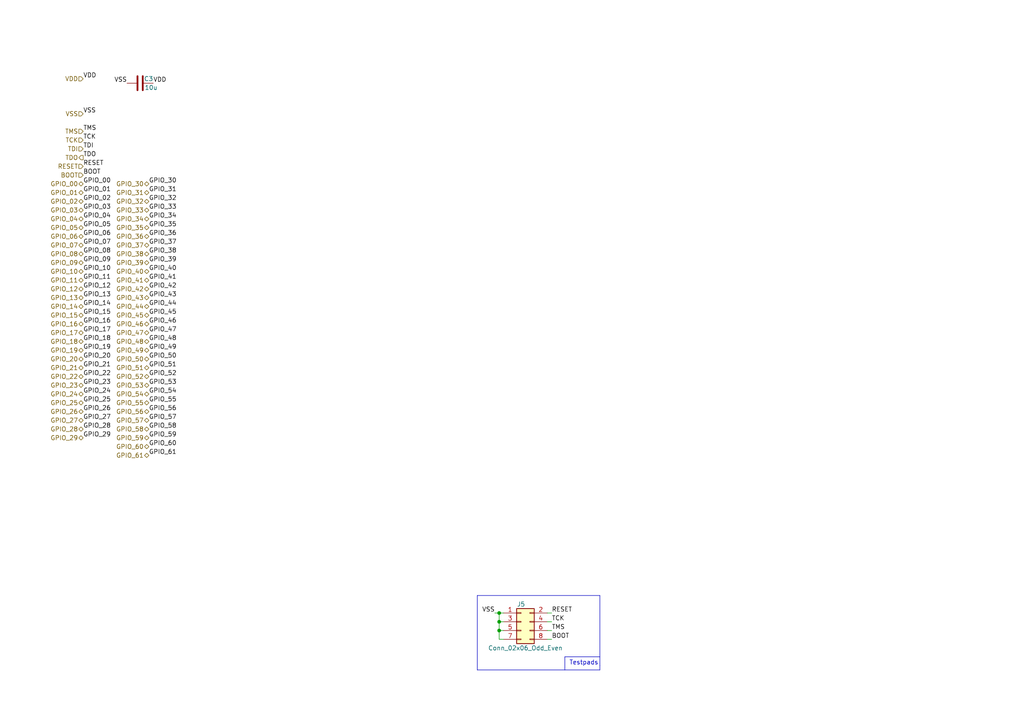
<source format=kicad_sch>
(kicad_sch (version 20250114) (generator "eeschema") (generator_version "9.0")
  (paper "A4")
  (lib_symbols
    (symbol "Connector_Generic:Conn_02x04_Odd_Even" (pin_names (offset 1.016) (hide yes))
      (property "Reference" "J" (at 1.27 5.08 0))
      (property "Value" "Conn_02x04_Odd_Even" (at 1.27 -7.62 0))
      (symbol "Conn_02x04_Odd_Even_1_1"
        (rectangle (start -1.27 3.81) (end 3.81 -6.35) (stroke (width 0.254)) (fill (type background)))
        (rectangle (start -1.27 2.667) (end 0 2.413) (stroke (width 0.1524)))
        (rectangle (start -1.27 0.127) (end 0 -0.127) (stroke (width 0.1524)))
        (rectangle (start -1.27 -2.413) (end 0 -2.667) (stroke (width 0.1524)))
        (rectangle (start -1.27 -4.953) (end 0 -5.207) (stroke (width 0.1524)))
        (rectangle (start 3.81 2.667) (end 2.54 2.413) (stroke (width 0.1524)))
        (rectangle (start 3.81 0.127) (end 2.54 -0.127) (stroke (width 0.1524)))
        (rectangle (start 3.81 -2.413) (end 2.54 -2.667) (stroke (width 0.1524)))
        (rectangle (start 3.81 -4.953) (end 2.54 -5.207) (stroke (width 0.1524)))
        (pin passive line (at -5.08 2.54 0) (length 3.81) (name "Pin_1") (number "1"))
        (pin passive line (at -5.08 0 0) (length 3.81) (name "Pin_3") (number "3"))
        (pin passive line (at -5.08 -2.54 0) (length 3.81) (name "Pin_5") (number "5"))
        (pin passive line (at -5.08 -5.08 0) (length 3.81) (name "Pin_7") (number "7"))
        (pin passive line (at 7.62 2.54 180) (length 3.81) (name "Pin_2") (number "2"))
        (pin passive line (at 7.62 0 180) (length 3.81) (name "Pin_4") (number "4"))
        (pin passive line (at 7.62 -2.54 180) (length 3.81) (name "Pin_6") (number "6"))
        (pin passive line (at 7.62 -5.08 180) (length 3.81) (name "Pin_8") (number "8"))
      )
    )
    (symbol "Device:C" (pin_numbers (hide yes)) (pin_names (offset 0.254))
      (property "Reference" "C" (at 0.635 2.54 0))
      (property "Value" "C" (at 0.635 -2.54 0))
      (symbol "C_0_1"
        (polyline (pts (xy -2.032 0.762) (xy 2.032 0.762)) (stroke (width 0.508)))
        (polyline (pts (xy -2.032 -0.762) (xy 2.032 -0.762)) (stroke (width 0.508)))
      )
      (symbol "C_1_1"
        (pin passive line (at 0 3.81 270) (length 2.794) (name "~") (number "1"))
        (pin passive line (at 0 -3.81 90) (length 2.794) (name "~") (number "2"))
      )
    )
  )
  (text "Testpads" (at 165.1 193.04 0) (effects (font (size 1.27 1.27)) (justify left bottom)))
  (junction (at 144.78 177.8))
  (junction (at 144.78 180.34))
  (junction (at 144.78 182.88))
  (wire (pts (xy 144.78 177.8) (xy 144.78 180.34)))
  (wire (pts (xy 158.75 182.88) (xy 160.02 182.88)))
  (polyline (pts (xy 138.43 194.31) (xy 173.99 194.31)))
  (wire (pts (xy 144.78 177.8) (xy 146.05 177.8)))
  (wire (pts (xy 144.78 182.88) (xy 144.78 185.42)))
  (wire (pts (xy 158.75 180.34) (xy 160.02 180.34)))
  (wire (pts (xy 144.78 180.34) (xy 144.78 182.88)))
  (wire (pts (xy 158.75 177.8) (xy 160.02 177.8)))
  (polyline (pts (xy 173.99 193.04) (xy 173.99 172.72)))
  (polyline (pts (xy 173.99 193.04) (xy 173.99 194.31)))
  (wire (pts (xy 143.51 177.8) (xy 144.78 177.8)))
  (wire (pts (xy 144.78 182.88) (xy 146.05 182.88)))
  (wire (pts (xy 158.75 185.42) (xy 160.02 185.42)))
  (polyline (pts (xy 138.43 172.72) (xy 138.43 194.31)))
  (polyline (pts (xy 173.99 172.72) (xy 138.43 172.72)))
  (polyline (pts (xy 163.83 190.5) (xy 163.83 194.31)))
  (polyline (pts (xy 173.99 190.5) (xy 163.83 190.5)))
  (wire (pts (xy 144.78 180.34) (xy 146.05 180.34)))
  (wire (pts (xy 144.78 185.42) (xy 146.05 185.42)))
  (label "GPIO_18" (at 24.13 99.06 0))
  (label "GPIO_44" (at 43.18 88.9 0))
  (label "GPIO_19" (at 24.13 101.6 0))
  (label "GPIO_49" (at 43.18 101.6 0))
  (label "VSS" (at 24.13 33.02 0))
  (label "GPIO_13" (at 24.13 86.36 0))
  (label "GPIO_35" (at 43.18 66.04 0))
  (label "VSS" (at 36.83 24.13 180))
  (label "RESET" (at 160.02 177.8 0))
  (label "BOOT" (at 160.02 185.42 0))
  (label "GPIO_48" (at 43.18 99.06 0))
  (label "GPIO_11" (at 24.13 81.28 0))
  (label "VSS" (at 143.51 177.8 180))
  (label "GPIO_56" (at 43.18 119.38 0))
  (label "GPIO_61" (at 43.18 132.08 0))
  (label "TCK" (at 24.13 40.64 0))
  (label "GPIO_42" (at 43.18 83.82 0))
  (label "GPIO_50" (at 43.18 104.14 0))
  (label "GPIO_37" (at 43.18 71.12 0))
  (label "GPIO_32" (at 43.18 58.42 0))
  (label "GPIO_25" (at 24.13 116.84 0))
  (label "GPIO_08" (at 24.13 73.66 0))
  (label "GPIO_34" (at 43.18 63.5 0))
  (label "GPIO_10" (at 24.13 78.74 0))
  (label "VDD" (at 44.45 24.13 0))
  (label "GPIO_30" (at 43.18 53.34 0))
  (label "GPIO_22" (at 24.13 109.22 0))
  (label "GPIO_57" (at 43.18 121.92 0))
  (label "GPIO_23" (at 24.13 111.76 0))
  (label "GPIO_43" (at 43.18 86.36 0))
  (label "TDO" (at 24.13 45.72 0))
  (label "GPIO_36" (at 43.18 68.58 0))
  (label "GPIO_46" (at 43.18 93.98 0))
  (label "GPIO_33" (at 43.18 60.96 0))
  (label "GPIO_01" (at 24.13 55.88 0))
  (label "GPIO_04" (at 24.13 63.5 0))
  (label "GPIO_20" (at 24.13 104.14 0))
  (label "GPIO_00" (at 24.13 53.34 0))
  (label "GPIO_21" (at 24.13 106.68 0))
  (label "GPIO_17" (at 24.13 96.52 0))
  (label "GPIO_12" (at 24.13 83.82 0))
  (label "GPIO_31" (at 43.18 55.88 0))
  (label "TDI" (at 24.13 43.18 0))
  (label "GPIO_07" (at 24.13 71.12 0))
  (label "GPIO_55" (at 43.18 116.84 0))
  (label "GPIO_58" (at 43.18 124.46 0))
  (label "TMS" (at 160.02 182.88 0))
  (label "GPIO_45" (at 43.18 91.44 0))
  (label "GPIO_27" (at 24.13 121.92 0))
  (label "GPIO_41" (at 43.18 81.28 0))
  (label "GPIO_47" (at 43.18 96.52 0))
  (label "GPIO_40" (at 43.18 78.74 0))
  (label "GPIO_09" (at 24.13 76.2 0))
  (label "GPIO_38" (at 43.18 73.66 0))
  (label "GPIO_24" (at 24.13 114.3 0))
  (label "GPIO_14" (at 24.13 88.9 0))
  (label "GPIO_28" (at 24.13 124.46 0))
  (label "GPIO_06" (at 24.13 68.58 0))
  (label "GPIO_26" (at 24.13 119.38 0))
  (label "GPIO_51" (at 43.18 106.68 0))
  (label "GPIO_39" (at 43.18 76.2 0))
  (label "GPIO_15" (at 24.13 91.44 0))
  (label "GPIO_05" (at 24.13 66.04 0))
  (label "BOOT" (at 24.13 50.8 0))
  (label "GPIO_29" (at 24.13 127 0))
  (label "TCK" (at 160.02 180.34 0))
  (label "GPIO_16" (at 24.13 93.98 0))
  (label "GPIO_53" (at 43.18 111.76 0))
  (label "GPIO_52" (at 43.18 109.22 0))
  (label "RESET" (at 24.13 48.26 0))
  (label "GPIO_60" (at 43.18 129.54 0))
  (label "GPIO_02" (at 24.13 58.42 0))
  (label "TMS" (at 24.13 38.1 0))
  (label "GPIO_54" (at 43.18 114.3 0))
  (label "VDD" (at 24.13 22.86 0))
  (label "GPIO_03" (at 24.13 60.96 0))
  (label "GPIO_59" (at 43.18 127 0))
  (hierarchical_label "GPIO_30" (shape bidirectional) (at 43.18 53.34 180))
  (hierarchical_label "GPIO_12" (shape bidirectional) (at 24.13 83.82 180))
  (hierarchical_label "GPIO_15" (shape bidirectional) (at 24.13 91.44 180))
  (hierarchical_label "GPIO_39" (shape bidirectional) (at 43.18 76.2 180))
  (hierarchical_label "GPIO_21" (shape bidirectional) (at 24.13 106.68 180))
  (hierarchical_label "GPIO_40" (shape bidirectional) (at 43.18 78.74 180))
  (hierarchical_label "VSS" (shape input) (at 24.13 33.02 180))
  (hierarchical_label "GPIO_02" (shape bidirectional) (at 24.13 58.42 180))
  (hierarchical_label "TDI" (shape input) (at 24.13 43.18 180))
  (hierarchical_label "GPIO_35" (shape bidirectional) (at 43.18 66.04 180))
  (hierarchical_label "GPIO_03" (shape bidirectional) (at 24.13 60.96 180))
  (hierarchical_label "GPIO_20" (shape bidirectional) (at 24.13 104.14 180))
  (hierarchical_label "GPIO_17" (shape bidirectional) (at 24.13 96.52 180))
  (hierarchical_label "GPIO_32" (shape bidirectional) (at 43.18 58.42 180))
  (hierarchical_label "GPIO_60" (shape bidirectional) (at 43.18 129.54 180))
  (hierarchical_label "GPIO_05" (shape bidirectional) (at 24.13 66.04 180))
  (hierarchical_label "GPIO_48" (shape bidirectional) (at 43.18 99.06 180))
  (hierarchical_label "GPIO_11" (shape bidirectional) (at 24.13 81.28 180))
  (hierarchical_label "GPIO_06" (shape bidirectional) (at 24.13 68.58 180))
  (hierarchical_label "GPIO_23" (shape bidirectional) (at 24.13 111.76 180))
  (hierarchical_label "GPIO_34" (shape bidirectional) (at 43.18 63.5 180))
  (hierarchical_label "GPIO_27" (shape bidirectional) (at 24.13 121.92 180))
  (hierarchical_label "BOOT" (shape input) (at 24.13 50.8 180))
  (hierarchical_label "GPIO_22" (shape bidirectional) (at 24.13 109.22 180))
  (hierarchical_label "TCK" (shape input) (at 24.13 40.64 180))
  (hierarchical_label "GPIO_38" (shape bidirectional) (at 43.18 73.66 180))
  (hierarchical_label "GPIO_13" (shape bidirectional) (at 24.13 86.36 180))
  (hierarchical_label "GPIO_42" (shape bidirectional) (at 43.18 83.82 180))
  (hierarchical_label "GPIO_24" (shape bidirectional) (at 24.13 114.3 180))
  (hierarchical_label "GPIO_61" (shape bidirectional) (at 43.18 132.08 180))
  (hierarchical_label "TMS" (shape input) (at 24.13 38.1 180))
  (hierarchical_label "GPIO_43" (shape bidirectional) (at 43.18 86.36 180))
  (hierarchical_label "GPIO_10" (shape bidirectional) (at 24.13 78.74 180))
  (hierarchical_label "GPIO_00" (shape bidirectional) (at 24.13 53.34 180))
  (hierarchical_label "GPIO_37" (shape bidirectional) (at 43.18 71.12 180))
  (hierarchical_label "GPIO_55" (shape bidirectional) (at 43.18 116.84 180))
  (hierarchical_label "GPIO_41" (shape bidirectional) (at 43.18 81.28 180))
  (hierarchical_label "GPIO_25" (shape bidirectional) (at 24.13 116.84 180))
  (hierarchical_label "GPIO_04" (shape bidirectional) (at 24.13 63.5 180))
  (hierarchical_label "GPIO_47" (shape bidirectional) (at 43.18 96.52 180))
  (hierarchical_label "GPIO_45" (shape bidirectional) (at 43.18 91.44 180))
  (hierarchical_label "GPIO_46" (shape bidirectional) (at 43.18 93.98 180))
  (hierarchical_label "GPIO_19" (shape bidirectional) (at 24.13 101.6 180))
  (hierarchical_label "GPIO_36" (shape bidirectional) (at 43.18 68.58 180))
  (hierarchical_label "GPIO_14" (shape bidirectional) (at 24.13 88.9 180))
  (hierarchical_label "GPIO_07" (shape bidirectional) (at 24.13 71.12 180))
  (hierarchical_label "GPIO_51" (shape bidirectional) (at 43.18 106.68 180))
  (hierarchical_label "GPIO_52" (shape bidirectional) (at 43.18 109.22 180))
  (hierarchical_label "GPIO_49" (shape bidirectional) (at 43.18 101.6 180))
  (hierarchical_label "VDD" (shape input) (at 24.13 22.86 180))
  (hierarchical_label "GPIO_26" (shape bidirectional) (at 24.13 119.38 180))
  (hierarchical_label "RESET" (shape input) (at 24.13 48.26 180))
  (hierarchical_label "GPIO_44" (shape bidirectional) (at 43.18 88.9 180))
  (hierarchical_label "GPIO_01" (shape bidirectional) (at 24.13 55.88 180))
  (hierarchical_label "GPIO_28" (shape bidirectional) (at 24.13 124.46 180))
  (hierarchical_label "GPIO_53" (shape bidirectional) (at 43.18 111.76 180))
  (hierarchical_label "GPIO_33" (shape bidirectional) (at 43.18 60.96 180))
  (hierarchical_label "GPIO_16" (shape bidirectional) (at 24.13 93.98 180))
  (hierarchical_label "GPIO_50" (shape bidirectional) (at 43.18 104.14 180))
  (hierarchical_label "GPIO_56" (shape bidirectional) (at 43.18 119.38 180))
  (hierarchical_label "GPIO_58" (shape bidirectional) (at 43.18 124.46 180))
  (hierarchical_label "GPIO_18" (shape bidirectional) (at 24.13 99.06 180))
  (hierarchical_label "GPIO_59" (shape bidirectional) (at 43.18 127 180))
  (hierarchical_label "GPIO_31" (shape bidirectional) (at 43.18 55.88 180))
  (hierarchical_label "GPIO_54" (shape bidirectional) (at 43.18 114.3 180))
  (hierarchical_label "GPIO_29" (shape bidirectional) (at 24.13 127 180))
  (hierarchical_label "TDO" (shape output) (at 24.13 45.72 180))
  (hierarchical_label "GPIO_09" (shape bidirectional) (at 24.13 76.2 180))
  (hierarchical_label "GPIO_08" (shape bidirectional) (at 24.13 73.66 180))
  (hierarchical_label "GPIO_57" (shape bidirectional) (at 43.18 121.92 180))
  (symbol (lib_id "Device:C") (at 40.64 24.13 90) (unit 1)
    (property "Reference" "C3" (at 44.45 22.86 90) (effects (justify left)))
    (property "Value" "10u" (at 45.72 25.4 90) (effects (justify left)))
    (property "Footprint" "SquantorCapacitor:C_0603" (effects (hide yes)))
  )
  (symbol (lib_id "Connector_Generic:Conn_02x04_Odd_Even") (at 151.13 180.34 0) (unit 1)
    (property "Reference" "J5" (at 151.13 175.26 0))
    (property "Value" "Conn_02x06_Odd_Even" (at 152.4 187.96 0))
    (property "Footprint" "SquantorConnectors:Header-0127-2X04-H006" (effects (hide yes)))
  )
)
</source>
